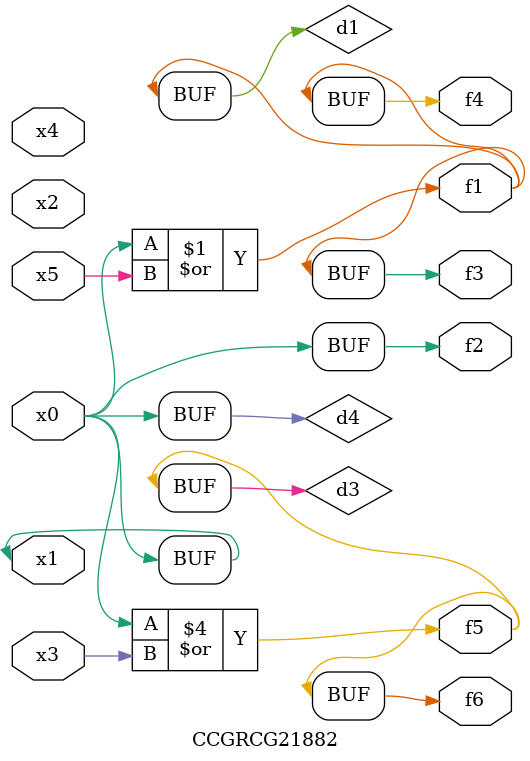
<source format=v>
module CCGRCG21882(
	input x0, x1, x2, x3, x4, x5,
	output f1, f2, f3, f4, f5, f6
);

	wire d1, d2, d3, d4;

	or (d1, x0, x5);
	xnor (d2, x1, x4);
	or (d3, x0, x3);
	buf (d4, x0, x1);
	assign f1 = d1;
	assign f2 = d4;
	assign f3 = d1;
	assign f4 = d1;
	assign f5 = d3;
	assign f6 = d3;
endmodule

</source>
